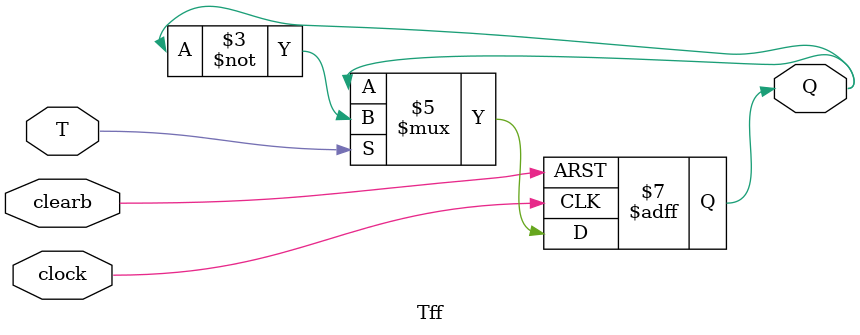
<source format=v>
module part1(Clock, Enable, Clear_b, CounterValue);
	input Clock, Enable, Clear_b;
	output [7:0] CounterValue;
	
	wire and0, and1, and2, and3, and4, and5, and6;
	Tff tff0(.clock(Clock), .clearb(Clear_b), .T(Enable), .Q(CounterValue[0]));
	assign and0 = Enable & CounterValue[0];
	Tff tff1(.clock(Clock), .clearb(Clear_b), .T(and0), .Q(CounterValue[1]));
	assign and1 = Enable & CounterValue[0] & CounterValue[1];
	Tff tff2(.clock(Clock), .clearb(Clear_b), .T(and1), .Q(CounterValue[2]));
	assign and2 = Enable & CounterValue[0] & CounterValue[1] & CounterValue[2];
	Tff tff3(.clock(Clock), .clearb(Clear_b), .T(and2), .Q(CounterValue[3]));
	assign and3 = Enable & CounterValue[0] & CounterValue[1] & CounterValue[2] & CounterValue[3];
	Tff tff4(.clock(Clock), .clearb(Clear_b), .T(and3), .Q(CounterValue[4]));
	assign and4 = Enable & CounterValue[0] & CounterValue[1] & CounterValue[2] & CounterValue[3] & CounterValue[4];
	Tff tff5(.clock(Clock), .clearb(Clear_b), .T(and4), .Q(CounterValue[5]));
	assign and5 = Enable & CounterValue[0] & CounterValue[1] & CounterValue[2] & CounterValue[3] & CounterValue[4] & CounterValue[5];
	Tff tff6(.clock(Clock), .clearb(Clear_b), .T(and5), .Q(CounterValue[6]));
	assign and6 = Enable & CounterValue[0] & CounterValue[1] & CounterValue[2] & CounterValue[3] & CounterValue[4] & CounterValue[5] & CounterValue[6];
	Tff tff7(.clock(Clock), .clearb(Clear_b), .T(and6), .Q(CounterValue[7]));
	
endmodule

module Tff(clock, clearb, T, Q);
	input clock, clearb, T;
	output reg Q;
	
	always @(posedge clock, negedge clearb)
	begin
		if (!clearb)
			Q <= 1'b0;
		else
			if (T)
				Q <= ~Q;
			else
				Q <= Q;
	end

endmodule
</source>
